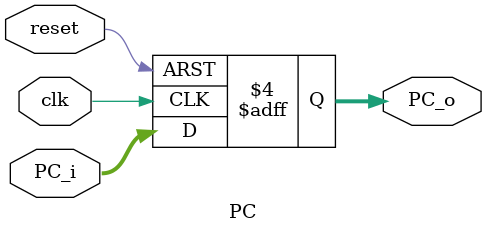
<source format=v>
module PC(clk, reset, PC_i, PC_o);
	input clk;
	input reset;
	input [31:0] PC_i;
	output reg [31:0] PC_o;
	
	initial
		begin
		PC_o = 32'h0000_3000;
		end
	
	always@(posedge clk or negedge reset)
		begin
		if(!reset)
			begin
			PC_o <= 32'h0000_3000;
			end
		else
			begin
			PC_o <= PC_i;
			end
		end
endmodule
</source>
